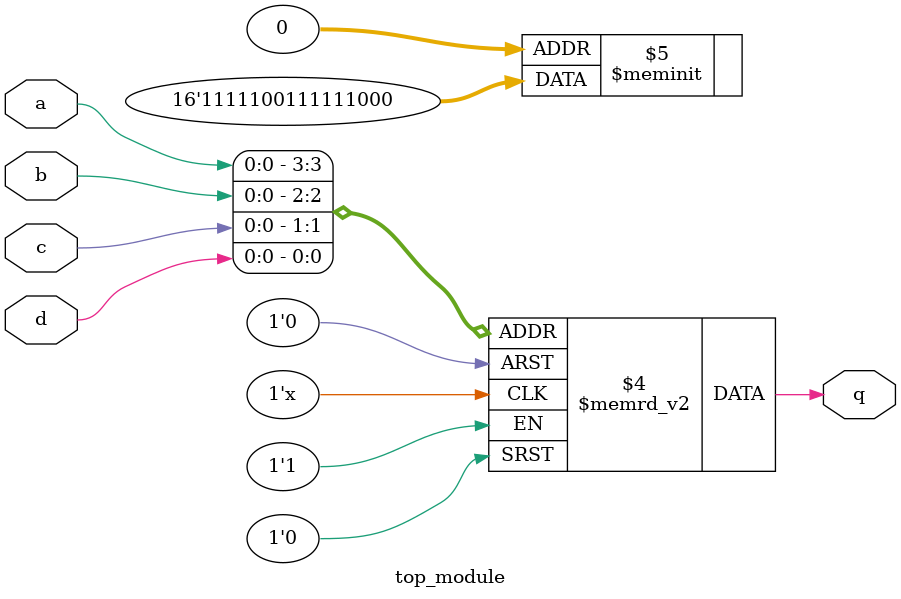
<source format=sv>
module top_module (
    input a, 
    input b, 
    input c, 
    input d,
    output reg q
);

    always @(a, b, c, d) begin
        case({a, b, c, d})
            4'b0000: q = 1'b0;
            4'b0001: q = 1'b0;
            4'b0010: q = 1'b0; // Update
            4'b0011: q = 1'b1;
            4'b0100: q = 1'b1;
            4'b0101: q = 1'b1;
            4'b0110: q = 1'b1;
            4'b0111: q = 1'b1;
            4'b1000: q = 1'b1;
            4'b1001: q = 1'b0;
            4'b1010: q = 1'b0;
            4'b1011: q = 1'b1;
            4'b1100: q = 1'b1;
            4'b1101: q = 1'b1;
            4'b1110: q = 1'b1;
            4'b1111: q = 1'b1;
            default: q = 1'b0;
        endcase
    end
    
endmodule

</source>
